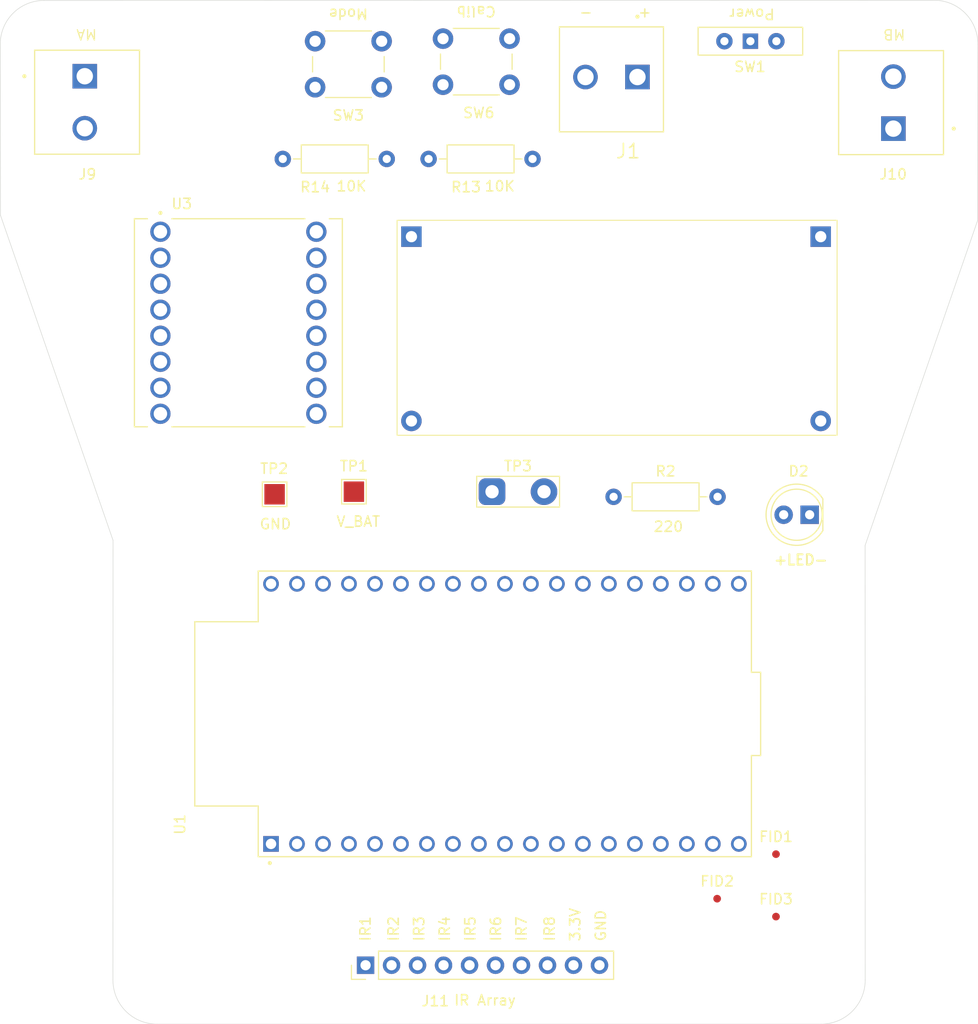
<source format=kicad_pcb>
(kicad_pcb (version 20241229) (generator "pcbnew") (generator_version "9.0")
  (title_block (title "PID Line Follower") (date "2026-02-08") (rev "v1.0"))
  (layers (0 "F.Cu" signal) (2 "B.Cu" signal) (13 "F.Paste" user) (15 "B.Paste" user) (5 "F.SilkS" user "F.Silkscreen") (7 "B.SilkS" user "B.Silkscreen") (1 "F.Mask" user) (3 "B.Mask" user) (25 "Edge.Cuts" user))
  (net 0 "")
  (net 1 "Net-(D2-A)")
  (net 2 "GND")
  (net 3 "VBAT_IN+")
  (net 4 "MA2")
  (net 5 "MA1")
  (net 6 "MB2")
  (net 7 "MB1")
  (net 8 "IR7")
  (net 9 "IR1")
  (net 10 "IR8")
  (net 11 "IR5")
  (net 12 "IR6")
  (net 13 "IR3")
  (net 14 "IR4")
  (net 15 "IR2")
  (net 16 "3V3")
  (net 17 "CAL")
  (net 18 "MODE")
  (net 19 "VBAT+")
  (net 23 "STBY")
  (net 25 "AIN2")
  (net 28 "PWMA")
  (net 36 "BIN1")
  (net 37 "PWMB")
  (net 39 "AIN1")
  (net 40 "BIN2")
  (footprint "Resistor_THT:R_Axial_DIN0207_L6.3mm_D2.5mm_P10.16mm_Horizontal" (layer "F.Cu") (at 126.09 45.5)
    (property "Reference" "R14" (at 3.16 2.75 0) (layer "F.SilkS"))
    (property "Value" "10K")
    (fp_line (start 1.04 0) (end 1.81 0) (stroke (width 0.12)) (layer "F.SilkS"))
    (fp_line (start 9.12 0) (end 8.35 0) (stroke (width 0.12)) (layer "F.SilkS"))
    (fp_rect (start 1.81 -1.37) (end 8.35 1.37) (stroke (width 0.12)) (fill no) (layer "F.SilkS"))
    (pad "1" thru_hole circle (at 0 0) (size 1.6 1.6) (drill 0.8) (layers "*.Cu" "*.Mask") (net 16 "3V3"))
    (pad "2" thru_hole circle (at 10.16 0) (size 1.6 1.6) (drill 0.8) (layers "*.Cu" "*.Mask") (net 18 "MODE"))
  )
  (footprint "Fiducial:Fiducial_0.75mm_Mask1.5mm" (layer "F.Cu") (at 174.29 113.4)
    (property "Reference" "FID1" (at 0 -1.7 0) (layer "F.SilkS"))
    (property "Value" "Fiducial")
    (pad "" smd circle (at 0 0) (size 0.75 0.75) (layers "F.Cu" "F.Mask") (clearance 0.475))
  )
  (footprint "Button_Switch_THT:SW_Slide-03_Wuerth-WS-SLTV_10x2.5x6.4_P2.54mm" (layer "F.Cu") (at 171.79 34)
    (property "Reference" "SW1" (at -0.04 2.5 0) (layer "F.SilkS"))
    (property "Value" "Slide Switch")
    (fp_rect (start -5.11 -1.36) (end 5.11 1.36) (stroke (width 0.12)) (fill no) (layer "F.SilkS"))
    (pad "1" thru_hole rect (at 0 0) (size 1.5 1.5) (drill 0.8) (layers "*.Cu" "*.Mask") (net 19 "VBAT+"))
    (pad "2" thru_hole circle (at -2.54 0) (size 1.6 1.6) (drill 0.8) (layers "*.Cu" "*.Mask") (net 3 "VBAT_IN+"))
    (pad "3" thru_hole circle (at 2.54 0) (size 1.6 1.6) (drill 0.8) (layers "*.Cu" "*.Mask"))
  )
  (footprint "TestPoint:TestPoint_2Pads_Pitch5.08mm_Drill1.3mm" (layer "F.Cu") (at 146.54 78)
    (property "Reference" "TP3" (at 2.54 -2.5 0) (layer "F.SilkS"))
    (property "Value" "TP_3V3")
    (fp_line (start -1.5 -1.5) (end -1.5 1.5) (stroke (width 0.12)) (layer "F.SilkS"))
    (fp_line (start -1.5 -1.5) (end 6.6 -1.5) (stroke (width 0.12)) (layer "F.SilkS"))
    (fp_line (start 6.6 1.5) (end -1.5 1.5) (stroke (width 0.12)) (layer "F.SilkS"))
    (fp_line (start 6.6 1.5) (end 6.6 -1.5) (stroke (width 0.12)) (layer "F.SilkS"))
    (pad "1" thru_hole roundrect (at 0 0) (size 2.6 2.6) (drill 1.3) (layers "*.Cu" "*.Mask") (net 16 "3V3"))
    (pad "2" thru_hole circle (at 5.08 0) (size 2.6 2.6) (drill 1.3) (layers "*.Cu" "*.Mask"))
  )
  (footprint "Screw Terminal:CUI_TB007-508-02BE" (layer "F.Cu") (at 185.7625 42.54 90)
    (property "Reference" "J10" (at -4.46 -0.0125 180) (layer "F.SilkS"))
    (property "Value" "Motor_B")
    (fp_line (start 7.62 -5.35) (end 7.62 4.9) (stroke (width 0.127)) (layer "F.SilkS"))
    (fp_line (start -2.54 -5.35) (end 7.62 -5.35) (stroke (width 0.127)) (layer "F.SilkS"))
    (fp_line (start 7.62 4.9) (end -2.54 4.9) (stroke (width 0.127)) (layer "F.SilkS"))
    (fp_line (start -2.54 4.9) (end -2.54 -5.35) (stroke (width 0.127)) (layer "F.SilkS"))
    (fp_circle (center 0 5.9) (end 0.1 5.9) (stroke (width 0.2)) (fill no) (layer "F.SilkS"))
    (pad "1" thru_hole rect (at 0 0 90) (size 2.4 2.4) (drill 1.6) (layers "*.Cu" "*.Mask") (net 7 "MB1"))
    (pad "2" thru_hole circle (at 5.08 0 90) (size 2.4 2.4) (drill 1.6) (layers "*.Cu" "*.Mask") (net 6 "MB2"))
  )
  (footprint "LED_THT:LED_D5.0mm" (layer "F.Cu") (at 177.58 80.25 180)
    (property "Reference" "D2" (at 1.08 4.25 0) (layer "F.SilkS"))
    (property "Value" "LED_3V3")
    (fp_line (start -1.29 -1.545) (end -1.29 1.545) (stroke (width 0.12)) (layer "F.SilkS"))
    (fp_arc (start 4.26 0) (mid 2.071779 2.880495) (end -1.29 1.54483) (stroke (width 0.12)) (layer "F.SilkS"))
    (fp_arc (start -1.29 -1.54483) (mid 2.071779 -2.880495) (end 4.26 0) (stroke (width 0.12)) (layer "F.SilkS"))
    (fp_circle (center 1.27 0) (end 3.77 0) (stroke (width 0.12)) (fill no) (layer "F.SilkS"))
    (pad "1" thru_hole rect (at 0 0 180) (size 1.8 1.8) (drill 0.9) (layers "*.Cu" "*.Mask") (net 2 "GND"))
    (pad "2" thru_hole circle (at 2.54 0 180) (size 1.8 1.8) (drill 0.9) (layers "*.Cu" "*.Mask") (net 1 "Net-(D2-A)"))
  )
  (footprint "Fiducial:Fiducial_0.75mm_Mask1.5mm" (layer "F.Cu") (at 174.29 119.5)
    (property "Reference" "FID3" (at 0 -1.7 0) (layer "F.SilkS"))
    (property "Value" "Fiducial")
    (pad "" smd circle (at 0 0) (size 0.75 0.75) (layers "F.Cu" "F.Mask") (clearance 0.475))
  )
  (footprint "Screw Terminal:CUI_TB007-508-02BE" (layer "F.Cu") (at 106.7375 37.42 -90)
    (property "Reference" "J9" (at 9.58 -0.2625 180) (layer "F.SilkS"))
    (property "Value" "Motor_A")
    (fp_line (start -2.54 4.9) (end -2.54 -5.35) (stroke (width 0.127)) (layer "F.SilkS"))
    (fp_line (start 7.62 4.9) (end -2.54 4.9) (stroke (width 0.127)) (layer "F.SilkS"))
    (fp_line (start -2.54 -5.35) (end 7.62 -5.35) (stroke (width 0.127)) (layer "F.SilkS"))
    (fp_line (start 7.62 -5.35) (end 7.62 4.9) (stroke (width 0.127)) (layer "F.SilkS"))
    (fp_circle (center 0 5.9) (end 0.1 5.9) (stroke (width 0.2)) (fill no) (layer "F.SilkS"))
    (pad "1" thru_hole rect (at 0 0 270) (size 2.4 2.4) (drill 1.6) (layers "*.Cu" "*.Mask") (net 5 "MA1"))
    (pad "2" thru_hole circle (at 5.08 0 270) (size 2.4 2.4) (drill 1.6) (layers "*.Cu" "*.Mask") (net 4 "MA2"))
  )
  (footprint "Buck_Converter:LM2596_Buck_Module" (layer "F.Cu") (at 137.2616 72.4902)
    (property "Reference" "U2" (hide yes))
    (property "Value" "LM2596 Buck Converter")
    (fp_rect (start 0 -21) (end 43 0) (stroke (width 0.1)) (fill no) (layer "F.SilkS"))
    (pad "1" thru_hole rect (at 1.4 -19.4) (size 2 2) (drill 1.1) (layers "*.Cu" "*.Mask") (net 3 "VBAT_IN+"))
    (pad "2" thru_hole circle (at 1.4 -1.4) (size 2 2) (drill 1.1) (layers "*.Cu" "*.Mask") (net 2 "GND"))
    (pad "3" thru_hole circle (at 41.4 -1.4) (size 2 2) (drill 1.1) (layers "*.Cu" "*.Mask") (net 2 "GND"))
    (pad "4" thru_hole rect (at 41.4 -19.4) (size 2 2) (drill 1.1) (layers "*.Cu" "*.Mask") (net 16 "3V3"))
  )
  (footprint "Fiducial:Fiducial_0.75mm_Mask1.5mm" (layer "F.Cu") (at 168.54 117.75)
    (property "Reference" "FID2" (at 0 -1.7 0) (layer "F.SilkS"))
    (property "Value" "Fiducial")
    (pad "" smd circle (at 0 0) (size 0.75 0.75) (layers "F.Cu" "F.Mask") (clearance 0.475))
  )
  (footprint "ESP-WROOM:MODULE_ESP32-DEVKITC" (layer "F.Cu") (at 147.79 99.7 90)
    (property "Reference" "U1" (at -10.795 -31.75 90) (layer "F.SilkS"))
    (property "Value" "ESP32-DEVKITC")
    (fp_line (start 9 -30.3) (end 9 -24.1) (stroke (width 0.127)) (layer "F.SilkS"))
    (fp_line (start -9 -30.3) (end 9 -30.3) (stroke (width 0.127)) (layer "F.SilkS"))
    (fp_line (start 13.95 -24.1) (end 9 -24.1) (stroke (width 0.127)) (layer "F.SilkS"))
    (fp_line (start -9 -24.1) (end -9 -30.3) (stroke (width 0.127)) (layer "F.SilkS"))
    (fp_line (start -9 -24.1) (end -13.95 -24.1) (stroke (width 0.127)) (layer "F.SilkS"))
    (fp_line (start -13.95 -24.1) (end -13.95 24.1) (stroke (width 0.127)) (layer "F.SilkS"))
    (fp_line (start 13.95 24.1) (end 13.95 -24.1) (stroke (width 0.127)) (layer "F.SilkS"))
    (fp_line (start 4.06 24.1) (end 13.95 24.1) (stroke (width 0.127)) (layer "F.SilkS"))
    (fp_line (start -4.07 24.1) (end -4.07 25) (stroke (width 0.127)) (layer "F.SilkS"))
    (fp_line (start -13.95 24.1) (end -4.07 24.1) (stroke (width 0.127)) (layer "F.SilkS"))
    (fp_line (start 4.06 25) (end 4.06 24.1) (stroke (width 0.127)) (layer "F.SilkS"))
    (fp_line (start -4.07 25) (end 4.06 25) (stroke (width 0.127)) (layer "F.SilkS"))
    (fp_circle (center -14.57 -22.97) (end -14.47 -22.97) (stroke (width 0.2)) (fill no) (layer "F.SilkS"))
    (pad "1" thru_hole rect (at -12.7 -22.85 90) (size 1.53 1.53) (drill 1.02) (layers "*.Cu" "*.Mask") (net 16 "3V3"))
    (pad "2" thru_hole circle (at -12.7 -20.31 90) (size 1.53 1.53) (drill 1.02) (layers "*.Cu" "*.Mask"))
    (pad "3" thru_hole circle (at -12.7 -17.77 90) (size 1.53 1.53) (drill 1.02) (layers "*.Cu" "*.Mask") (net 15 "IR2"))
    (pad "4" thru_hole circle (at -12.7 -15.23 90) (size 1.53 1.53) (drill 1.02) (layers "*.Cu" "*.Mask") (net 13 "IR3"))
    (pad "5" thru_hole circle (at -12.7 -12.69 90) (size 1.53 1.53) (drill 1.02) (layers "*.Cu" "*.Mask") (net 14 "IR4"))
    (pad "6" thru_hole circle (at -12.7 -10.15 90) (size 1.53 1.53) (drill 1.02) (layers "*.Cu" "*.Mask") (net 11 "IR5"))
    (pad "7" thru_hole circle (at -12.7 -7.61 90) (size 1.53 1.53) (drill 1.02) (layers "*.Cu" "*.Mask") (net 12 "IR6"))
    (pad "8" thru_hole circle (at -12.7 -5.07 90) (size 1.53 1.53) (drill 1.02) (layers "*.Cu" "*.Mask") (net 8 "IR7"))
    (pad "9" thru_hole circle (at -12.7 -2.53 90) (size 1.53 1.53) (drill 1.02) (layers "*.Cu" "*.Mask") (net 28 "PWMA"))
    (pad "10" thru_hole circle (at -12.7 0.01 90) (size 1.53 1.53) (drill 1.02) (layers "*.Cu" "*.Mask") (net 37 "PWMB"))
    (pad "11" thru_hole circle (at -12.7 2.55 90) (size 1.53 1.53) (drill 1.02) (layers "*.Cu" "*.Mask") (net 36 "BIN1"))
    (pad "12" thru_hole circle (at -12.7 5.09 90) (size 1.53 1.53) (drill 1.02) (layers "*.Cu" "*.Mask"))
    (pad "13" thru_hole circle (at -12.7 7.63 90) (size 1.53 1.53) (drill 1.02) (layers "*.Cu" "*.Mask"))
    (pad "14" thru_hole circle (at -12.7 10.17 90) (size 1.53 1.53) (drill 1.02) (layers "*.Cu" "*.Mask") (net 2 "GND"))
    (pad "15" thru_hole circle (at -12.7 12.71 90) (size 1.53 1.53) (drill 1.02) (layers "*.Cu" "*.Mask") (net 40 "BIN2"))
    (pad "16" thru_hole circle (at -12.7 15.25 90) (size 1.53 1.53) (drill 1.02) (layers "*.Cu" "*.Mask"))
    (pad "17" thru_hole circle (at -12.7 17.79 90) (size 1.53 1.53) (drill 1.02) (layers "*.Cu" "*.Mask"))
    (pad "18" thru_hole circle (at -12.7 20.33 90) (size 1.53 1.53) (drill 1.02) (layers "*.Cu" "*.Mask"))
    (pad "19" thru_hole circle (at -12.7 22.87 90) (size 1.53 1.53) (drill 1.02) (layers "*.Cu" "*.Mask"))
    (pad "20" thru_hole circle (at 12.7 22.87 90) (size 1.53 1.53) (drill 1.02) (layers "*.Cu" "*.Mask"))
    (pad "21" thru_hole circle (at 12.7 20.33 90) (size 1.53 1.53) (drill 1.02) (layers "*.Cu" "*.Mask"))
    (pad "22" thru_hole circle (at 12.7 17.79 90) (size 1.53 1.53) (drill 1.02) (layers "*.Cu" "*.Mask"))
    (pad "23" thru_hole circle (at 12.7 15.25 90) (size 1.53 1.53) (drill 1.02) (layers "*.Cu" "*.Mask"))
    (pad "24" thru_hole circle (at 12.7 12.71 90) (size 1.53 1.53) (drill 1.02) (layers "*.Cu" "*.Mask"))
    (pad "25" thru_hole circle (at 12.7 10.17 90) (size 1.53 1.53) (drill 1.02) (layers "*.Cu" "*.Mask"))
    (pad "26" thru_hole circle (at 12.7 7.63 90) (size 1.53 1.53) (drill 1.02) (layers "*.Cu" "*.Mask"))
    (pad "27" thru_hole circle (at 12.7 5.09 90) (size 1.53 1.53) (drill 1.02) (layers "*.Cu" "*.Mask") (net 25 "AIN2"))
    (pad "28" thru_hole circle (at 12.7 2.55 90) (size 1.53 1.53) (drill 1.02) (layers "*.Cu" "*.Mask") (net 39 "AIN1"))
    (pad "29" thru_hole circle (at 12.7 0.01 90) (size 1.53 1.53) (drill 1.02) (layers "*.Cu" "*.Mask"))
    (pad "30" thru_hole circle (at 12.7 -2.53 90) (size 1.53 1.53) (drill 1.02) (layers "*.Cu" "*.Mask") (net 17 "CAL"))
    (pad "31" thru_hole circle (at 12.7 -5.07 90) (size 1.53 1.53) (drill 1.02) (layers "*.Cu" "*.Mask") (net 18 "MODE"))
    (pad "32" thru_hole circle (at 12.7 -7.61 90) (size 1.53 1.53) (drill 1.02) (layers "*.Cu" "*.Mask") (net 2 "GND"))
    (pad "33" thru_hole circle (at 12.7 -10.15 90) (size 1.53 1.53) (drill 1.02) (layers "*.Cu" "*.Mask") (net 23 "STBY"))
    (pad "34" thru_hole circle (at 12.7 -12.69 90) (size 1.53 1.53) (drill 1.02) (layers "*.Cu" "*.Mask"))
    (pad "35" thru_hole circle (at 12.7 -15.23 90) (size 1.53 1.53) (drill 1.02) (layers "*.Cu" "*.Mask"))
    (pad "36" thru_hole circle (at 12.7 -17.77 90) (size 1.53 1.53) (drill 1.02) (layers "*.Cu" "*.Mask") (net 10 "IR8"))
    (pad "37" thru_hole circle (at 12.7 -20.31 90) (size 1.53 1.53) (drill 1.02) (layers "*.Cu" "*.Mask") (net 9 "IR1"))
    (pad "38" thru_hole circle (at 12.7 -22.85 90) (size 1.53 1.53) (drill 1.02) (layers "*.Cu" "*.Mask") (net 2 "GND"))
  )
  (footprint "Resistor_THT:R_Axial_DIN0207_L6.3mm_D2.5mm_P10.16mm_Horizontal" (layer "F.Cu") (at 140.34 45.5)
    (property "Reference" "R13" (at 3.66 2.75 0) (layer "F.SilkS"))
    (property "Value" "10K")
    (fp_line (start 1.04 0) (end 1.81 0) (stroke (width 0.12)) (layer "F.SilkS"))
    (fp_line (start 9.12 0) (end 8.35 0) (stroke (width 0.12)) (layer "F.SilkS"))
    (fp_rect (start 1.81 -1.37) (end 8.35 1.37) (stroke (width 0.12)) (fill no) (layer "F.SilkS"))
    (pad "1" thru_hole circle (at 0 0) (size 1.6 1.6) (drill 0.8) (layers "*.Cu" "*.Mask") (net 16 "3V3"))
    (pad "2" thru_hole circle (at 10.16 0) (size 1.6 1.6) (drill 0.8) (layers "*.Cu" "*.Mask") (net 17 "CAL"))
  )
  (footprint "TestPoint:TestPoint_Pad_2.0x2.0mm" (layer "F.Cu") (at 125.29 78.25 180)
    (property "Reference" "TP2" (at 0.04 2.5 180) (layer "F.SilkS"))
    (property "Value" "TP_GND")
    (fp_line (start 1.2 1.2) (end -1.2 1.2) (stroke (width 0.12)) (layer "F.SilkS"))
    (fp_line (start 1.2 -1.2) (end 1.2 1.2) (stroke (width 0.12)) (layer "F.SilkS"))
    (fp_line (start -1.2 1.2) (end -1.2 -1.2) (stroke (width 0.12)) (layer "F.SilkS"))
    (fp_line (start -1.2 -1.2) (end 1.2 -1.2) (stroke (width 0.12)) (layer "F.SilkS"))
    (pad "1" smd rect (at 0 0 180) (size 2 2) (layers "F.Cu" "F.Mask") (net 2 "GND"))
  )
  (footprint "TestPoint:TestPoint_Pad_2.0x2.0mm" (layer "F.Cu") (at 133.04 78)
    (property "Reference" "TP1" (at 0 -2.498 0) (layer "F.SilkS"))
    (property "Value" "TP_VBAT")
    (fp_line (start -1.2 -1.2) (end 1.2 -1.2) (stroke (width 0.12)) (layer "F.SilkS"))
    (fp_line (start -1.2 1.2) (end -1.2 -1.2) (stroke (width 0.12)) (layer "F.SilkS"))
    (fp_line (start 1.2 -1.2) (end 1.2 1.2) (stroke (width 0.12)) (layer "F.SilkS"))
    (fp_line (start 1.2 1.2) (end -1.2 1.2) (stroke (width 0.12)) (layer "F.SilkS"))
    (pad "1" smd rect (at 0 0) (size 2 2) (layers "F.Cu" "F.Mask") (net 19 "VBAT+"))
  )
  (footprint "Connector_PinHeader_2.54mm:PinHeader_1x10_P2.54mm_Vertical" (layer "F.Cu") (at 134.18 124.25 90)
    (property "Reference" "J11" (at -3.5 6.82 180) (layer "F.SilkS"))
    (property "Value" "8-Channel IR Array")
    (fp_line (start -1.38 -1.38) (end 0 -1.38) (stroke (width 0.12)) (layer "F.SilkS"))
    (fp_line (start -1.38 0) (end -1.38 -1.38) (stroke (width 0.12)) (layer "F.SilkS"))
    (fp_line (start 1.38 1.27) (end 1.38 24.24) (stroke (width 0.12)) (layer "F.SilkS"))
    (fp_line (start -1.38 1.27) (end 1.38 1.27) (stroke (width 0.12)) (layer "F.SilkS"))
    (fp_line (start -1.38 1.27) (end -1.38 24.24) (stroke (width 0.12)) (layer "F.SilkS"))
    (fp_line (start -1.38 24.24) (end 1.38 24.24) (stroke (width 0.12)) (layer "F.SilkS"))
    (pad "1" thru_hole rect (at 0 0 90) (size 1.7 1.7) (drill 1) (layers "*.Cu" "*.Mask") (net 9 "IR1"))
    (pad "2" thru_hole circle (at 0 2.54 90) (size 1.7 1.7) (drill 1) (layers "*.Cu" "*.Mask") (net 15 "IR2"))
    (pad "3" thru_hole circle (at 0 5.08 90) (size 1.7 1.7) (drill 1) (layers "*.Cu" "*.Mask") (net 13 "IR3"))
    (pad "4" thru_hole circle (at 0 7.62 90) (size 1.7 1.7) (drill 1) (layers "*.Cu" "*.Mask") (net 14 "IR4"))
    (pad "5" thru_hole circle (at 0 10.16 90) (size 1.7 1.7) (drill 1) (layers "*.Cu" "*.Mask") (net 11 "IR5"))
    (pad "6" thru_hole circle (at 0 12.7 90) (size 1.7 1.7) (drill 1) (layers "*.Cu" "*.Mask") (net 12 "IR6"))
    (pad "7" thru_hole circle (at 0 15.24 90) (size 1.7 1.7) (drill 1) (layers "*.Cu" "*.Mask") (net 8 "IR7"))
    (pad "8" thru_hole circle (at 0 17.78 90) (size 1.7 1.7) (drill 1) (layers "*.Cu" "*.Mask") (net 10 "IR8"))
    (pad "9" thru_hole circle (at 0 20.32 90) (size 1.7 1.7) (drill 1) (layers "*.Cu" "*.Mask") (net 16 "3V3"))
    (pad "10" thru_hole circle (at 0 22.86 90) (size 1.7 1.7) (drill 1) (layers "*.Cu" "*.Mask") (net 2 "GND"))
  )
  (footprint "Button_Switch_THT:SW_PUSH_6mm" (layer "F.Cu") (at 129.25 34)
    (property "Reference" "SW3" (at 3.25 7.25 0) (layer "F.SilkS"))
    (property "Value" "Mode")
    (fp_line (start -0.25 1.5) (end -0.25 3) (stroke (width 0.12)) (layer "F.SilkS"))
    (fp_line (start 1 5.5) (end 5.5 5.5) (stroke (width 0.12)) (layer "F.SilkS"))
    (fp_line (start 5.5 -1) (end 1 -1) (stroke (width 0.12)) (layer "F.SilkS"))
    (fp_line (start 6.75 3) (end 6.75 1.5) (stroke (width 0.12)) (layer "F.SilkS"))
    (pad "1" thru_hole circle (at 0 0 90) (size 2 2) (drill 1.1) (layers "*.Cu" "*.Mask") (net 2 "GND"))
    (pad "1" thru_hole circle (at 6.5 0 90) (size 2 2) (drill 1.1) (layers "*.Cu" "*.Mask") (net 2 "GND"))
    (pad "2" thru_hole circle (at 0 4.5 90) (size 2 2) (drill 1.1) (layers "*.Cu" "*.Mask") (net 18 "MODE"))
    (pad "2" thru_hole circle (at 6.5 4.5 90) (size 2 2) (drill 1.1) (layers "*.Cu" "*.Mask") (net 18 "MODE"))
  )
  (footprint "TB6612FNG:TB6612FNG_Driver" (layer "F.Cu") (at 121.75 61.5)
    (property "Reference" "U3" (at -5.5332 -11.6132 0) (layer "F.SilkS"))
    (property "Value" "TB6612FNG_MD")
    (fp_line (start -10.16 -10.16) (end -10.16 10.16) (stroke (width 0.127)) (layer "F.SilkS"))
    (fp_line (start -8.89 -10.16) (end -10.16 -10.16) (stroke (width 0.127)) (layer "F.SilkS"))
    (fp_line (start -8.89 10.16) (end -10.16 10.16) (stroke (width 0.127)) (layer "F.SilkS"))
    (fp_line (start -6.5 -10.16) (end 6.5 -10.16) (stroke (width 0.127)) (layer "F.SilkS"))
    (fp_line (start -6.5 10.16) (end 6.5 10.16) (stroke (width 0.127)) (layer "F.SilkS"))
    (fp_line (start 8.89 -10.16) (end 10.16 -10.16) (stroke (width 0.127)) (layer "F.SilkS"))
    (fp_line (start 8.89 10.16) (end 10.16 10.16) (stroke (width 0.127)) (layer "F.SilkS"))
    (fp_line (start 10.16 10.16) (end 10.16 -10.16) (stroke (width 0.127)) (layer "F.SilkS"))
    (fp_circle (center -7.62 -10.7282) (end -7.52 -10.7282) (stroke (width 0.2)) (fill no) (layer "F.SilkS"))
    (pad "1" thru_hole circle (at -7.62 -8.89) (size 1.98 1.98) (drill 1.32) (layers "*.Cu" "*.Mask") (net 19 "VBAT+"))
    (pad "2" thru_hole circle (at -7.62 -6.35) (size 1.98 1.98) (drill 1.32) (layers "*.Cu" "*.Mask") (net 16 "3V3"))
    (pad "3" thru_hole circle (at -7.62 -3.81) (size 1.98 1.98) (drill 1.32) (layers "*.Cu" "*.Mask") (net 2 "GND"))
    (pad "4" thru_hole circle (at -7.62 -1.27) (size 1.98 1.98) (drill 1.32) (layers "*.Cu" "*.Mask") (net 5 "MA1"))
    (pad "5" thru_hole circle (at -7.62 1.27) (size 1.98 1.98) (drill 1.32) (layers "*.Cu" "*.Mask") (net 4 "MA2"))
    (pad "6" thru_hole circle (at -7.62 3.81) (size 1.98 1.98) (drill 1.32) (layers "*.Cu" "*.Mask") (net 6 "MB2"))
    (pad "7" thru_hole circle (at -7.62 6.35) (size 1.98 1.98) (drill 1.32) (layers "*.Cu" "*.Mask") (net 7 "MB1"))
    (pad "8" thru_hole circle (at -7.62 8.89) (size 1.98 1.98) (drill 1.32) (layers "*.Cu" "*.Mask") (net 2 "GND"))
    (pad "9" thru_hole circle (at 7.62 8.89) (size 1.98 1.98) (drill 1.32) (layers "*.Cu" "*.Mask") (net 2 "GND"))
    (pad "10" thru_hole circle (at 7.62 6.35) (size 1.98 1.98) (drill 1.32) (layers "*.Cu" "*.Mask") (net 37 "PWMB"))
    (pad "11" thru_hole circle (at 7.62 3.81) (size 1.98 1.98) (drill 1.32) (layers "*.Cu" "*.Mask") (net 40 "BIN2"))
    (pad "12" thru_hole circle (at 7.62 1.27) (size 1.98 1.98) (drill 1.32) (layers "*.Cu" "*.Mask") (net 36 "BIN1"))
    (pad "13" thru_hole circle (at 7.62 -1.27) (size 1.98 1.98) (drill 1.32) (layers "*.Cu" "*.Mask") (net 23 "STBY"))
    (pad "14" thru_hole circle (at 7.62 -3.81) (size 1.98 1.98) (drill 1.32) (layers "*.Cu" "*.Mask") (net 39 "AIN1"))
    (pad "15" thru_hole circle (at 7.62 -6.35) (size 1.98 1.98) (drill 1.32) (layers "*.Cu" "*.Mask") (net 25 "AIN2"))
    (pad "16" thru_hole circle (at 7.62 -8.89) (size 1.98 1.98) (drill 1.32) (layers "*.Cu" "*.Mask") (net 28 "PWMA"))
  )
  (footprint "Resistor_THT:R_Axial_DIN0207_L6.3mm_D2.5mm_P10.16mm_Horizontal" (layer "F.Cu") (at 168.58 78.5 180)
    (property "Reference" "R2" (at 5.08 2.5 0) (layer "F.SilkS"))
    (property "Value" "220")
    (fp_line (start 9.12 0) (end 8.35 0) (stroke (width 0.12)) (layer "F.SilkS"))
    (fp_line (start 1.04 0) (end 1.81 0) (stroke (width 0.12)) (layer "F.SilkS"))
    (fp_rect (start 1.81 -1.37) (end 8.35 1.37) (stroke (width 0.12)) (fill no) (layer "F.SilkS"))
    (pad "1" thru_hole circle (at 0 0 180) (size 1.6 1.6) (drill 0.8) (layers "*.Cu" "*.Mask") (net 16 "3V3"))
    (pad "2" thru_hole circle (at 10.16 0 180) (size 1.6 1.6) (drill 0.8) (layers "*.Cu" "*.Mask") (net 1 "Net-(D2-A)"))
  )
  (footprint "Screw Terminal:CUI_TB007-508-02BE" (layer "F.Cu") (at 160.75 37.5 180)
    (property "Reference" "J1" (at 0.905 -7.239 0) (layer "F.SilkS") (effects (font (size 1.4 1.4))))
    (property "Value" "Battery terminal")
    (fp_line (start 7.62 4.9) (end -2.54 4.9) (stroke (width 0.127)) (layer "F.SilkS"))
    (fp_line (start 7.62 -5.35) (end 7.62 4.9) (stroke (width 0.127)) (layer "F.SilkS"))
    (fp_line (start -2.54 4.9) (end -2.54 -5.35) (stroke (width 0.127)) (layer "F.SilkS"))
    (fp_line (start -2.54 -5.35) (end 7.62 -5.35) (stroke (width 0.127)) (layer "F.SilkS"))
    (fp_circle (center 0 5.9) (end 0.1 5.9) (stroke (width 0.2)) (fill no) (layer "F.SilkS"))
    (pad "1" thru_hole rect (at 0 0 180) (size 2.4 2.4) (drill 1.6) (layers "*.Cu" "*.Mask") (net 3 "VBAT_IN+"))
    (pad "2" thru_hole circle (at 5.08 0 180) (size 2.4 2.4) (drill 1.6) (layers "*.Cu" "*.Mask") (net 2 "GND"))
  )
  (footprint "Button_Switch_THT:SW_PUSH_6mm" (layer "F.Cu") (at 141.75 33.75)
    (property "Reference" "SW6" (at 3.5 7.25 0) (layer "F.SilkS"))
    (property "Value" "Calibration")
    (fp_line (start -0.25 1.5) (end -0.25 3) (stroke (width 0.12)) (layer "F.SilkS"))
    (fp_line (start 1 5.5) (end 5.5 5.5) (stroke (width 0.12)) (layer "F.SilkS"))
    (fp_line (start 5.5 -1) (end 1 -1) (stroke (width 0.12)) (layer "F.SilkS"))
    (fp_line (start 6.75 3) (end 6.75 1.5) (stroke (width 0.12)) (layer "F.SilkS"))
    (pad "1" thru_hole circle (at 0 0 90) (size 2 2) (drill 1.1) (layers "*.Cu" "*.Mask") (net 2 "GND"))
    (pad "1" thru_hole circle (at 6.5 0 90) (size 2 2) (drill 1.1) (layers "*.Cu" "*.Mask") (net 2 "GND"))
    (pad "2" thru_hole circle (at 0 4.5 90) (size 2 2) (drill 1.1) (layers "*.Cu" "*.Mask") (net 17 "CAL"))
    (pad "2" thru_hole circle (at 6.5 4.5 90) (size 2 2) (drill 1.1) (layers "*.Cu" "*.Mask") (net 17 "CAL"))
  )
  (gr_arc (start 183.00987 125.681971) (mid 181.756043 128.734336) (end 178.708618 130.000122) (stroke (width 0.05)) (layer "Edge.Cuts"))
  (gr_line (start 98.477998 34.2914) (end 98.5 51) (stroke (width 0.05)) (layer "Edge.Cuts"))
  (gr_line (start 98.5 51) (end 109.5 82.75) (stroke (width 0.05)) (layer "Edge.Cuts"))
  (gr_arc (start 113.791382 130) (mid 110.75 128.740219) (end 109.490219 125.698837) (stroke (width 0.05)) (layer "Edge.Cuts"))
  (gr_arc (start 189.75 30.000903) (mid 192.769246 31.251516) (end 194.019859 34.270762) (stroke (width 0.05)) (layer "Edge.Cuts"))
  (gr_line (start 113.791382 130) (end 178.708618 130) (stroke (width 0.05)) (layer "Edge.Cuts"))
  (gr_line (start 109.5 82.75) (end 109.490219 125.698837) (stroke (width 0.05)) (layer "Edge.Cuts"))
  (gr_line (start 182.999942 83.250167) (end 183.00987 125.681971) (stroke (width 0.05)) (layer "Edge.Cuts"))
  (gr_line (start 194.019856 34.270762) (end 194 51.5) (stroke (width 0.05)) (layer "Edge.Cuts"))
  (gr_arc (start 98.477998 34.291382) (mid 99.729238 31.27062) (end 102.75 30.01938) (stroke (width 0.05)) (layer "Edge.Cuts"))
  (gr_line (start 194 51.5) (end 183 83.25) (stroke (width 0.05)) (layer "Edge.Cuts"))
  (gr_line (start 102.75 30.019398) (end 189.75 30.000903) (stroke (width 0.05)) (layer "Edge.Cuts"))
  (gr_text "10K" (at 131.25 48.75 0) (layer "F.SilkS") (effects (font (size 1 1)) (justify left bottom)))
  (gr_text "Calib" (at 147 30.5 180) (layer "F.SilkS") (effects (font (size 1 1)) (justify left bottom)))
  (gr_text "IR Array" (at 142.75 128.25 0) (layer "F.SilkS") (effects (font (size 1 1)) (justify left bottom)))
  (gr_text "+" (at 160.75 31.75 0) (layer "F.SilkS") (effects (font (size 1 1)) (justify left bottom)))
  (gr_text "IR1" (at 134.75 122 90) (layer "F.SilkS") (effects (font (size 1 1)) (justify left bottom)))
  (gr_text "3.3V" (at 155.25 122 90) (layer "F.SilkS") (effects (font (size 1 1)) (justify left bottom)))
  (gr_text "10K" (at 145.75 48.75 0) (layer "F.SilkS") (effects (font (size 1 1)) (justify left bottom)))
  (gr_text "IR2" (at 137.5 122 90) (layer "F.SilkS") (effects (font (size 1 1)) (justify left bottom)))
  (gr_text "+LED-" (at 174 85.25 0) (layer "F.SilkS") (effects (font (size 1 1) (thickness 0.1875)) (justify left bottom)))
  (gr_text "GND" (at 157.75 122 90) (layer "F.SilkS") (effects (font (size 1 1)) (justify left bottom)))
  (gr_text "IR4" (at 142.5 122 90) (layer "F.SilkS") (effects (font (size 1 1)) (justify left bottom)))
  (gr_text "IR8" (at 152.75 122 90) (layer "F.SilkS") (effects (font (size 1 1)) (justify left bottom)))
  (gr_text "IR3" (at 140 122 90) (layer "F.SilkS") (effects (font (size 1 1)) (justify left bottom)))
  (gr_text "IR7" (at 150 122 90) (layer "F.SilkS") (effects (font (size 1 1)) (justify left bottom)))
  (gr_text "Power" (at 174.25 30.75 180) (layer "F.SilkS") (effects (font (size 1 1)) (justify left bottom)))
  (gr_text "GND" (at 123.75 81.75 0) (layer "F.SilkS") (effects (font (size 1 1)) (justify left bottom)))
  (gr_text "MB" (at 187 32.75 180) (layer "F.SilkS") (effects (font (size 1 1) (thickness 0.125)) (justify left bottom)))
  (gr_text "MA" (at 108 32.75 180) (layer "F.SilkS") (effects (font (size 1 1) (thickness 0.125)) (justify left bottom)))
  (gr_text "IR5" (at 145 122 90) (layer "F.SilkS") (effects (font (size 1 1)) (justify left bottom)))
  (gr_text "220" (at 162.25 82 0) (layer "F.SilkS") (effects (font (size 1 1)) (justify left bottom)))
  (gr_text "-" (at 155 31.75 0) (layer "F.SilkS") (effects (font (size 1 1)) (justify left bottom)))
  (gr_text "Mode" (at 134.5 30.75 180) (layer "F.SilkS") (effects (font (size 1 1)) (justify left bottom)))
  (gr_text "IR6" (at 147.5 122 90) (layer "F.SilkS") (effects (font (size 1 1)) (justify left bottom)))
  (gr_text "V_BAT" (at 131.25 81.5 0) (layer "F.SilkS") (effects (font (size 1 1)) (justify left bottom)))
)
</source>
